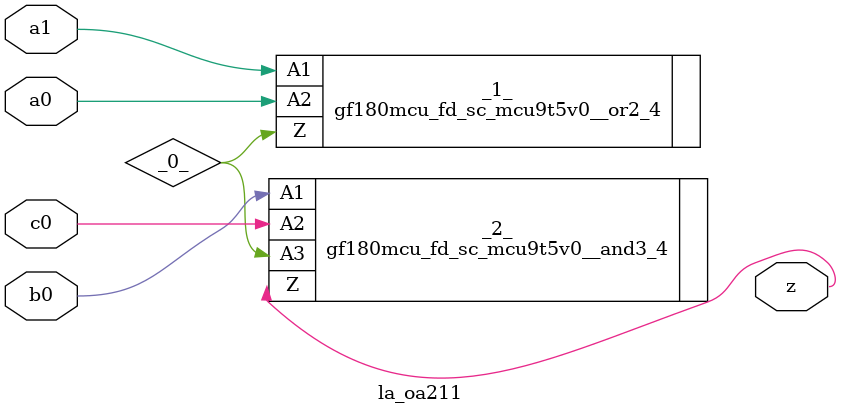
<source format=v>

/* Generated by Yosys 0.44 (git sha1 80ba43d26, g++ 11.4.0-1ubuntu1~22.04 -fPIC -O3) */

(* top =  1  *)
(* src = "generated" *)
module la_oa211 (
    a0,
    a1,
    b0,
    c0,
    z
);
  wire _0_;
  (* src = "generated" *)
  input a0;
  wire a0;
  (* src = "generated" *)
  input a1;
  wire a1;
  (* src = "generated" *)
  input b0;
  wire b0;
  (* src = "generated" *)
  input c0;
  wire c0;
  (* src = "generated" *)
  output z;
  wire z;
  gf180mcu_fd_sc_mcu9t5v0__or2_4 _1_ (
      .A1(a1),
      .A2(a0),
      .Z (_0_)
  );
  gf180mcu_fd_sc_mcu9t5v0__and3_4 _2_ (
      .A1(b0),
      .A2(c0),
      .A3(_0_),
      .Z (z)
  );
endmodule

</source>
